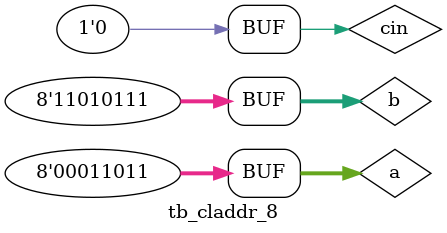
<source format=v>
`timescale 1ns / 1ps

module tb_claddr_8();
reg [7:0]a,b;
reg cin;
wire cout;
wire [7:0]sum;
wire PG;
wire GG;
crylookaheadaddr_8 m1(a,b,cin,cout,sum);
initial
begin
 a=8'b00000000;b=8'b00000000; cin=0;
  #100 a=8'b00011011; b=8'b11010111; 
  end
endmodule

</source>
